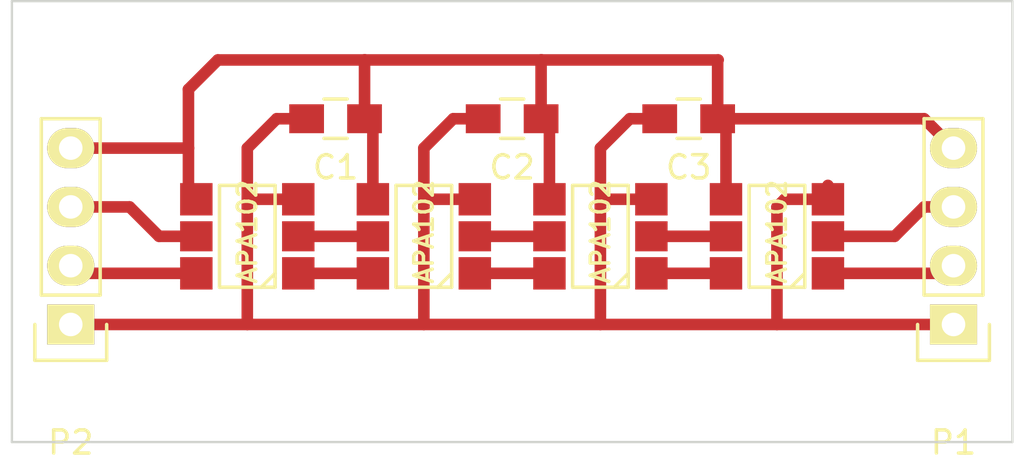
<source format=kicad_pcb>
(kicad_pcb (version 4) (host pcbnew 4.0.0-2.201511301920+6191~38~ubuntu14.04.1-stable)

  (general
    (links 26)
    (no_connects 4)
    (area 125.066429 97.739999 169.573572 117.835)
    (thickness 1.6)
    (drawings 4)
    (tracks 66)
    (zones 0)
    (modules 9)
    (nets 13)
  )

  (page A4)
  (layers
    (0 F.Cu signal)
    (31 B.Cu signal)
    (32 B.Adhes user)
    (33 F.Adhes user)
    (34 B.Paste user)
    (35 F.Paste user)
    (36 B.SilkS user)
    (37 F.SilkS user)
    (38 B.Mask user)
    (39 F.Mask user)
    (40 Dwgs.User user)
    (41 Cmts.User user)
    (42 Eco1.User user)
    (43 Eco2.User user)
    (44 Edge.Cuts user)
    (45 Margin user)
    (46 B.CrtYd user)
    (47 F.CrtYd user)
    (48 B.Fab user)
    (49 F.Fab user)
  )

  (setup
    (last_trace_width 0.5)
    (trace_clearance 0.2)
    (zone_clearance 0.508)
    (zone_45_only no)
    (trace_min 0.2)
    (segment_width 0.2)
    (edge_width 0.1)
    (via_size 0.6)
    (via_drill 0.4)
    (via_min_size 0.4)
    (via_min_drill 0.3)
    (uvia_size 0.3)
    (uvia_drill 0.1)
    (uvias_allowed no)
    (uvia_min_size 0.2)
    (uvia_min_drill 0.1)
    (pcb_text_width 0.3)
    (pcb_text_size 1.5 1.5)
    (mod_edge_width 0.15)
    (mod_text_size 1 1)
    (mod_text_width 0.15)
    (pad_size 1.5 1.5)
    (pad_drill 0.6)
    (pad_to_mask_clearance 0)
    (aux_axis_origin 0 0)
    (visible_elements 7FFFFFFF)
    (pcbplotparams
      (layerselection 0x00030_80000001)
      (usegerberextensions false)
      (excludeedgelayer true)
      (linewidth 0.100000)
      (plotframeref false)
      (viasonmask false)
      (mode 1)
      (useauxorigin false)
      (hpglpennumber 1)
      (hpglpenspeed 20)
      (hpglpendiameter 15)
      (hpglpenoverlay 2)
      (psnegative false)
      (psa4output false)
      (plotreference true)
      (plotvalue true)
      (plotinvisibletext false)
      (padsonsilk false)
      (subtractmaskfromsilk false)
      (outputformat 1)
      (mirror false)
      (drillshape 1)
      (scaleselection 1)
      (outputdirectory ""))
  )

  (net 0 "")
  (net 1 "Net-(P1-Pad2)")
  (net 2 "Net-(P1-Pad3)")
  (net 3 "Net-(P2-Pad2)")
  (net 4 "Net-(P2-Pad3)")
  (net 5 "Net-(U1-Pad5)")
  (net 6 "Net-(U1-Pad6)")
  (net 7 "Net-(U2-Pad5)")
  (net 8 "Net-(U2-Pad6)")
  (net 9 "Net-(U3-Pad5)")
  (net 10 "Net-(U3-Pad6)")
  (net 11 "Net-(C1-Pad1)")
  (net 12 "Net-(C1-Pad2)")

  (net_class Default "Ceci est la Netclass par défaut"
    (clearance 0.2)
    (trace_width 0.5)
    (via_dia 0.6)
    (via_drill 0.4)
    (uvia_dia 0.3)
    (uvia_drill 0.1)
    (add_net "Net-(C1-Pad1)")
    (add_net "Net-(C1-Pad2)")
    (add_net "Net-(P1-Pad2)")
    (add_net "Net-(P1-Pad3)")
    (add_net "Net-(P2-Pad2)")
    (add_net "Net-(P2-Pad3)")
    (add_net "Net-(U1-Pad5)")
    (add_net "Net-(U1-Pad6)")
    (add_net "Net-(U2-Pad5)")
    (add_net "Net-(U2-Pad6)")
    (add_net "Net-(U3-Pad5)")
    (add_net "Net-(U3-Pad6)")
  )

  (module APA102:APA102 (layer F.Cu) (tedit 54BDEC7B) (tstamp 563688C5)
    (at 158.75 107.95 90)
    (path /562FD39F)
    (fp_text reference U1 (at 0.2 -4 90) (layer F.SilkS) hide
      (effects (font (size 1.5 1.5) (thickness 0.15)))
    )
    (fp_text value APA102 (at 0.2 0 90) (layer F.SilkS)
      (effects (font (size 0.8 0.8) (thickness 0.15)))
    )
    (fp_line (start -2.2 0.6) (end -1.6 1.2) (layer F.SilkS) (width 0.15))
    (fp_line (start 2.2 1.2) (end -1.8 1.2) (layer F.SilkS) (width 0.15))
    (fp_line (start -2.2 -1.2) (end 2.2 -1.2) (layer F.SilkS) (width 0.15))
    (fp_line (start -1.8 1.2) (end -2.2 1.2) (layer F.SilkS) (width 0.15))
    (fp_line (start 2.2 -1.2) (end 2.2 1.2) (layer F.SilkS) (width 0.15))
    (fp_line (start -2.2 -1.2) (end -2.2 1.2) (layer F.SilkS) (width 0.15))
    (pad 3 smd rect (at 1.6 2.2 180) (size 1.4 1.4) (layers F.Cu F.Paste F.Mask)
      (net 12 "Net-(C1-Pad2)"))
    (pad 4 smd rect (at 1.6 -2.2 180) (size 1.4 1.4) (layers F.Cu F.Paste F.Mask)
      (net 11 "Net-(C1-Pad1)"))
    (pad 5 smd rect (at 0 -2.2 180) (size 1.4 1.3) (layers F.Cu F.Paste F.Mask)
      (net 5 "Net-(U1-Pad5)"))
    (pad 2 smd rect (at 0 2.2 180) (size 1.4 1.3) (layers F.Cu F.Paste F.Mask)
      (net 1 "Net-(P1-Pad2)"))
    (pad 1 smd rect (at -1.6 2.2 180) (size 1.4 1.4) (layers F.Cu F.Paste F.Mask)
      (net 2 "Net-(P1-Pad3)"))
    (pad 6 smd rect (at -1.6 -2.2 180) (size 1.4 1.4) (layers F.Cu F.Paste F.Mask)
      (net 6 "Net-(U1-Pad6)"))
  )

  (module APA102:APA102 (layer F.Cu) (tedit 54BDEC7B) (tstamp 563688CF)
    (at 151.13 107.95 90)
    (path /562FD3E5)
    (fp_text reference U2 (at 0.2 -4 90) (layer F.SilkS) hide
      (effects (font (size 1.5 1.5) (thickness 0.15)))
    )
    (fp_text value APA102 (at 0.2 0 90) (layer F.SilkS)
      (effects (font (size 0.8 0.8) (thickness 0.15)))
    )
    (fp_line (start -2.2 0.6) (end -1.6 1.2) (layer F.SilkS) (width 0.15))
    (fp_line (start 2.2 1.2) (end -1.8 1.2) (layer F.SilkS) (width 0.15))
    (fp_line (start -2.2 -1.2) (end 2.2 -1.2) (layer F.SilkS) (width 0.15))
    (fp_line (start -1.8 1.2) (end -2.2 1.2) (layer F.SilkS) (width 0.15))
    (fp_line (start 2.2 -1.2) (end 2.2 1.2) (layer F.SilkS) (width 0.15))
    (fp_line (start -2.2 -1.2) (end -2.2 1.2) (layer F.SilkS) (width 0.15))
    (pad 3 smd rect (at 1.6 2.2 180) (size 1.4 1.4) (layers F.Cu F.Paste F.Mask)
      (net 12 "Net-(C1-Pad2)"))
    (pad 4 smd rect (at 1.6 -2.2 180) (size 1.4 1.4) (layers F.Cu F.Paste F.Mask)
      (net 11 "Net-(C1-Pad1)"))
    (pad 5 smd rect (at 0 -2.2 180) (size 1.4 1.3) (layers F.Cu F.Paste F.Mask)
      (net 7 "Net-(U2-Pad5)"))
    (pad 2 smd rect (at 0 2.2 180) (size 1.4 1.3) (layers F.Cu F.Paste F.Mask)
      (net 5 "Net-(U1-Pad5)"))
    (pad 1 smd rect (at -1.6 2.2 180) (size 1.4 1.4) (layers F.Cu F.Paste F.Mask)
      (net 6 "Net-(U1-Pad6)"))
    (pad 6 smd rect (at -1.6 -2.2 180) (size 1.4 1.4) (layers F.Cu F.Paste F.Mask)
      (net 8 "Net-(U2-Pad6)"))
  )

  (module APA102:APA102 (layer F.Cu) (tedit 54BDEC7B) (tstamp 563688D9)
    (at 143.51 107.95 90)
    (path /562FD3F4)
    (fp_text reference U3 (at 0.2 -4 90) (layer F.SilkS) hide
      (effects (font (size 1.5 1.5) (thickness 0.15)))
    )
    (fp_text value APA102 (at 0.2 0 90) (layer F.SilkS)
      (effects (font (size 0.8 0.8) (thickness 0.15)))
    )
    (fp_line (start -2.2 0.6) (end -1.6 1.2) (layer F.SilkS) (width 0.15))
    (fp_line (start 2.2 1.2) (end -1.8 1.2) (layer F.SilkS) (width 0.15))
    (fp_line (start -2.2 -1.2) (end 2.2 -1.2) (layer F.SilkS) (width 0.15))
    (fp_line (start -1.8 1.2) (end -2.2 1.2) (layer F.SilkS) (width 0.15))
    (fp_line (start 2.2 -1.2) (end 2.2 1.2) (layer F.SilkS) (width 0.15))
    (fp_line (start -2.2 -1.2) (end -2.2 1.2) (layer F.SilkS) (width 0.15))
    (pad 3 smd rect (at 1.6 2.2 180) (size 1.4 1.4) (layers F.Cu F.Paste F.Mask)
      (net 12 "Net-(C1-Pad2)"))
    (pad 4 smd rect (at 1.6 -2.2 180) (size 1.4 1.4) (layers F.Cu F.Paste F.Mask)
      (net 11 "Net-(C1-Pad1)"))
    (pad 5 smd rect (at 0 -2.2 180) (size 1.4 1.3) (layers F.Cu F.Paste F.Mask)
      (net 9 "Net-(U3-Pad5)"))
    (pad 2 smd rect (at 0 2.2 180) (size 1.4 1.3) (layers F.Cu F.Paste F.Mask)
      (net 7 "Net-(U2-Pad5)"))
    (pad 1 smd rect (at -1.6 2.2 180) (size 1.4 1.4) (layers F.Cu F.Paste F.Mask)
      (net 8 "Net-(U2-Pad6)"))
    (pad 6 smd rect (at -1.6 -2.2 180) (size 1.4 1.4) (layers F.Cu F.Paste F.Mask)
      (net 10 "Net-(U3-Pad6)"))
  )

  (module APA102:APA102 (layer F.Cu) (tedit 54BDEC7B) (tstamp 563688E3)
    (at 135.89 107.95 90)
    (path /562FD403)
    (fp_text reference U4 (at 0.2 -4 90) (layer F.SilkS) hide
      (effects (font (size 1.5 1.5) (thickness 0.15)))
    )
    (fp_text value APA102 (at 0.2 0 90) (layer F.SilkS)
      (effects (font (size 0.8 0.8) (thickness 0.15)))
    )
    (fp_line (start -2.2 0.6) (end -1.6 1.2) (layer F.SilkS) (width 0.15))
    (fp_line (start 2.2 1.2) (end -1.8 1.2) (layer F.SilkS) (width 0.15))
    (fp_line (start -2.2 -1.2) (end 2.2 -1.2) (layer F.SilkS) (width 0.15))
    (fp_line (start -1.8 1.2) (end -2.2 1.2) (layer F.SilkS) (width 0.15))
    (fp_line (start 2.2 -1.2) (end 2.2 1.2) (layer F.SilkS) (width 0.15))
    (fp_line (start -2.2 -1.2) (end -2.2 1.2) (layer F.SilkS) (width 0.15))
    (pad 3 smd rect (at 1.6 2.2 180) (size 1.4 1.4) (layers F.Cu F.Paste F.Mask)
      (net 12 "Net-(C1-Pad2)"))
    (pad 4 smd rect (at 1.6 -2.2 180) (size 1.4 1.4) (layers F.Cu F.Paste F.Mask)
      (net 11 "Net-(C1-Pad1)"))
    (pad 5 smd rect (at 0 -2.2 180) (size 1.4 1.3) (layers F.Cu F.Paste F.Mask)
      (net 3 "Net-(P2-Pad2)"))
    (pad 2 smd rect (at 0 2.2 180) (size 1.4 1.3) (layers F.Cu F.Paste F.Mask)
      (net 9 "Net-(U3-Pad5)"))
    (pad 1 smd rect (at -1.6 2.2 180) (size 1.4 1.4) (layers F.Cu F.Paste F.Mask)
      (net 10 "Net-(U3-Pad6)"))
    (pad 6 smd rect (at -1.6 -2.2 180) (size 1.4 1.4) (layers F.Cu F.Paste F.Mask)
      (net 4 "Net-(P2-Pad3)"))
  )

  (module Capacitors_SMD:C_0805_HandSoldering (layer F.Cu) (tedit 541A9B8D) (tstamp 56425210)
    (at 139.7 102.87 180)
    (descr "Capacitor SMD 0805, hand soldering")
    (tags "capacitor 0805")
    (path /56423C76)
    (attr smd)
    (fp_text reference C1 (at 0 -2.1 180) (layer F.SilkS)
      (effects (font (size 1 1) (thickness 0.15)))
    )
    (fp_text value 100nF (at 0 2.1 180) (layer F.Fab)
      (effects (font (size 1 1) (thickness 0.15)))
    )
    (fp_line (start -2.3 -1) (end 2.3 -1) (layer F.CrtYd) (width 0.05))
    (fp_line (start -2.3 1) (end 2.3 1) (layer F.CrtYd) (width 0.05))
    (fp_line (start -2.3 -1) (end -2.3 1) (layer F.CrtYd) (width 0.05))
    (fp_line (start 2.3 -1) (end 2.3 1) (layer F.CrtYd) (width 0.05))
    (fp_line (start 0.5 -0.85) (end -0.5 -0.85) (layer F.SilkS) (width 0.15))
    (fp_line (start -0.5 0.85) (end 0.5 0.85) (layer F.SilkS) (width 0.15))
    (pad 1 smd rect (at -1.25 0 180) (size 1.5 1.25) (layers F.Cu F.Paste F.Mask)
      (net 11 "Net-(C1-Pad1)"))
    (pad 2 smd rect (at 1.25 0 180) (size 1.5 1.25) (layers F.Cu F.Paste F.Mask)
      (net 12 "Net-(C1-Pad2)"))
    (model Capacitors_SMD.3dshapes/C_0805_HandSoldering.wrl
      (at (xyz 0 0 0))
      (scale (xyz 1 1 1))
      (rotate (xyz 0 0 0))
    )
  )

  (module Capacitors_SMD:C_0805_HandSoldering (layer F.Cu) (tedit 541A9B8D) (tstamp 56425216)
    (at 147.32 102.87 180)
    (descr "Capacitor SMD 0805, hand soldering")
    (tags "capacitor 0805")
    (path /56423CE4)
    (attr smd)
    (fp_text reference C2 (at 0 -2.1 180) (layer F.SilkS)
      (effects (font (size 1 1) (thickness 0.15)))
    )
    (fp_text value 100nF (at 0 2.1 180) (layer F.Fab)
      (effects (font (size 1 1) (thickness 0.15)))
    )
    (fp_line (start -2.3 -1) (end 2.3 -1) (layer F.CrtYd) (width 0.05))
    (fp_line (start -2.3 1) (end 2.3 1) (layer F.CrtYd) (width 0.05))
    (fp_line (start -2.3 -1) (end -2.3 1) (layer F.CrtYd) (width 0.05))
    (fp_line (start 2.3 -1) (end 2.3 1) (layer F.CrtYd) (width 0.05))
    (fp_line (start 0.5 -0.85) (end -0.5 -0.85) (layer F.SilkS) (width 0.15))
    (fp_line (start -0.5 0.85) (end 0.5 0.85) (layer F.SilkS) (width 0.15))
    (pad 1 smd rect (at -1.25 0 180) (size 1.5 1.25) (layers F.Cu F.Paste F.Mask)
      (net 11 "Net-(C1-Pad1)"))
    (pad 2 smd rect (at 1.25 0 180) (size 1.5 1.25) (layers F.Cu F.Paste F.Mask)
      (net 12 "Net-(C1-Pad2)"))
    (model Capacitors_SMD.3dshapes/C_0805_HandSoldering.wrl
      (at (xyz 0 0 0))
      (scale (xyz 1 1 1))
      (rotate (xyz 0 0 0))
    )
  )

  (module Capacitors_SMD:C_0805_HandSoldering (layer F.Cu) (tedit 541A9B8D) (tstamp 5642521C)
    (at 154.94 102.87 180)
    (descr "Capacitor SMD 0805, hand soldering")
    (tags "capacitor 0805")
    (path /56423D44)
    (attr smd)
    (fp_text reference C3 (at 0 -2.1 180) (layer F.SilkS)
      (effects (font (size 1 1) (thickness 0.15)))
    )
    (fp_text value 100nF (at 0 2.1 180) (layer F.Fab)
      (effects (font (size 1 1) (thickness 0.15)))
    )
    (fp_line (start -2.3 -1) (end 2.3 -1) (layer F.CrtYd) (width 0.05))
    (fp_line (start -2.3 1) (end 2.3 1) (layer F.CrtYd) (width 0.05))
    (fp_line (start -2.3 -1) (end -2.3 1) (layer F.CrtYd) (width 0.05))
    (fp_line (start 2.3 -1) (end 2.3 1) (layer F.CrtYd) (width 0.05))
    (fp_line (start 0.5 -0.85) (end -0.5 -0.85) (layer F.SilkS) (width 0.15))
    (fp_line (start -0.5 0.85) (end 0.5 0.85) (layer F.SilkS) (width 0.15))
    (pad 1 smd rect (at -1.25 0 180) (size 1.5 1.25) (layers F.Cu F.Paste F.Mask)
      (net 11 "Net-(C1-Pad1)"))
    (pad 2 smd rect (at 1.25 0 180) (size 1.5 1.25) (layers F.Cu F.Paste F.Mask)
      (net 12 "Net-(C1-Pad2)"))
    (model Capacitors_SMD.3dshapes/C_0805_HandSoldering.wrl
      (at (xyz 0 0 0))
      (scale (xyz 1 1 1))
      (rotate (xyz 0 0 0))
    )
  )

  (module Pin_Headers:Pin_Header_Straight_1x04 (layer F.Cu) (tedit 0) (tstamp 5642526E)
    (at 166.37 111.76 180)
    (descr "Through hole pin header")
    (tags "pin header")
    (path /562FD50F)
    (fp_text reference P1 (at 0 -5.1 180) (layer F.SilkS)
      (effects (font (size 1 1) (thickness 0.15)))
    )
    (fp_text value CONN_4 (at 0 -3.1 180) (layer F.Fab)
      (effects (font (size 1 1) (thickness 0.15)))
    )
    (fp_line (start -1.75 -1.75) (end -1.75 9.4) (layer F.CrtYd) (width 0.05))
    (fp_line (start 1.75 -1.75) (end 1.75 9.4) (layer F.CrtYd) (width 0.05))
    (fp_line (start -1.75 -1.75) (end 1.75 -1.75) (layer F.CrtYd) (width 0.05))
    (fp_line (start -1.75 9.4) (end 1.75 9.4) (layer F.CrtYd) (width 0.05))
    (fp_line (start -1.27 1.27) (end -1.27 8.89) (layer F.SilkS) (width 0.15))
    (fp_line (start 1.27 1.27) (end 1.27 8.89) (layer F.SilkS) (width 0.15))
    (fp_line (start 1.55 -1.55) (end 1.55 0) (layer F.SilkS) (width 0.15))
    (fp_line (start -1.27 8.89) (end 1.27 8.89) (layer F.SilkS) (width 0.15))
    (fp_line (start 1.27 1.27) (end -1.27 1.27) (layer F.SilkS) (width 0.15))
    (fp_line (start -1.55 0) (end -1.55 -1.55) (layer F.SilkS) (width 0.15))
    (fp_line (start -1.55 -1.55) (end 1.55 -1.55) (layer F.SilkS) (width 0.15))
    (pad 1 thru_hole rect (at 0 0 180) (size 2.032 1.7272) (drill 1.016) (layers *.Cu *.Mask F.SilkS)
      (net 12 "Net-(C1-Pad2)"))
    (pad 2 thru_hole oval (at 0 2.54 180) (size 2.032 1.7272) (drill 1.016) (layers *.Cu *.Mask F.SilkS)
      (net 1 "Net-(P1-Pad2)"))
    (pad 3 thru_hole oval (at 0 5.08 180) (size 2.032 1.7272) (drill 1.016) (layers *.Cu *.Mask F.SilkS)
      (net 2 "Net-(P1-Pad3)"))
    (pad 4 thru_hole oval (at 0 7.62 180) (size 2.032 1.7272) (drill 1.016) (layers *.Cu *.Mask F.SilkS)
      (net 11 "Net-(C1-Pad1)"))
    (model Pin_Headers.3dshapes/Pin_Header_Straight_1x04.wrl
      (at (xyz 0 -0.15 0))
      (scale (xyz 1 1 1))
      (rotate (xyz 0 0 90))
    )
  )

  (module Pin_Headers:Pin_Header_Straight_1x04 (layer F.Cu) (tedit 0) (tstamp 56425276)
    (at 128.27 111.76 180)
    (descr "Through hole pin header")
    (tags "pin header")
    (path /562FD531)
    (fp_text reference P2 (at 0 -5.1 180) (layer F.SilkS)
      (effects (font (size 1 1) (thickness 0.15)))
    )
    (fp_text value CONN_4 (at 0 -3.1 180) (layer F.Fab)
      (effects (font (size 1 1) (thickness 0.15)))
    )
    (fp_line (start -1.75 -1.75) (end -1.75 9.4) (layer F.CrtYd) (width 0.05))
    (fp_line (start 1.75 -1.75) (end 1.75 9.4) (layer F.CrtYd) (width 0.05))
    (fp_line (start -1.75 -1.75) (end 1.75 -1.75) (layer F.CrtYd) (width 0.05))
    (fp_line (start -1.75 9.4) (end 1.75 9.4) (layer F.CrtYd) (width 0.05))
    (fp_line (start -1.27 1.27) (end -1.27 8.89) (layer F.SilkS) (width 0.15))
    (fp_line (start 1.27 1.27) (end 1.27 8.89) (layer F.SilkS) (width 0.15))
    (fp_line (start 1.55 -1.55) (end 1.55 0) (layer F.SilkS) (width 0.15))
    (fp_line (start -1.27 8.89) (end 1.27 8.89) (layer F.SilkS) (width 0.15))
    (fp_line (start 1.27 1.27) (end -1.27 1.27) (layer F.SilkS) (width 0.15))
    (fp_line (start -1.55 0) (end -1.55 -1.55) (layer F.SilkS) (width 0.15))
    (fp_line (start -1.55 -1.55) (end 1.55 -1.55) (layer F.SilkS) (width 0.15))
    (pad 1 thru_hole rect (at 0 0 180) (size 2.032 1.7272) (drill 1.016) (layers *.Cu *.Mask F.SilkS)
      (net 12 "Net-(C1-Pad2)"))
    (pad 2 thru_hole oval (at 0 2.54 180) (size 2.032 1.7272) (drill 1.016) (layers *.Cu *.Mask F.SilkS)
      (net 3 "Net-(P2-Pad2)"))
    (pad 3 thru_hole oval (at 0 5.08 180) (size 2.032 1.7272) (drill 1.016) (layers *.Cu *.Mask F.SilkS)
      (net 4 "Net-(P2-Pad3)"))
    (pad 4 thru_hole oval (at 0 7.62 180) (size 2.032 1.7272) (drill 1.016) (layers *.Cu *.Mask F.SilkS)
      (net 11 "Net-(C1-Pad1)"))
    (model Pin_Headers.3dshapes/Pin_Header_Straight_1x04.wrl
      (at (xyz 0 -0.15 0))
      (scale (xyz 1 1 1))
      (rotate (xyz 0 0 90))
    )
  )

  (gr_line (start 125.73 116.84) (end 125.73 97.79) (angle 90) (layer Edge.Cuts) (width 0.1))
  (gr_line (start 168.91 116.84) (end 125.73 116.84) (angle 90) (layer Edge.Cuts) (width 0.1))
  (gr_line (start 168.91 97.79) (end 168.91 116.84) (angle 90) (layer Edge.Cuts) (width 0.1))
  (gr_line (start 125.73 97.79) (end 168.91 97.79) (angle 90) (layer Edge.Cuts) (width 0.1))

  (segment (start 160.95 107.95) (end 163.83 107.95) (width 0.5) (layer F.Cu) (net 1))
  (segment (start 166.04 109.55) (end 166.37 109.22) (width 0.5) (layer F.Cu) (net 1) (tstamp 5642566A))
  (segment (start 163.83 107.95) (end 165.1 106.68) (width 0.5) (layer F.Cu) (net 1) (tstamp 5642566D))
  (segment (start 165.1 106.68) (end 166.37 106.68) (width 0.5) (layer F.Cu) (net 2) (tstamp 5642566E))
  (segment (start 160.95 109.55) (end 166.04 109.55) (width 0.5) (layer F.Cu) (net 2))
  (segment (start 133.69 107.95) (end 132.08 107.95) (width 0.5) (layer F.Cu) (net 3))
  (segment (start 132.08 107.95) (end 130.81 106.68) (width 0.5) (layer F.Cu) (net 3) (tstamp 564257BD))
  (segment (start 133.69 109.55) (end 128.6 109.55) (width 0.5) (layer F.Cu) (net 3))
  (segment (start 128.6 109.55) (end 128.27 109.22) (width 0.5) (layer F.Cu) (net 3) (tstamp 564257BA))
  (segment (start 130.81 106.68) (end 128.27 106.68) (width 0.5) (layer F.Cu) (net 4) (tstamp 564257BF))
  (segment (start 153.33 107.95) (end 156.55 107.95) (width 0.5) (layer F.Cu) (net 5))
  (segment (start 156.55 109.55) (end 154 109.55) (width 0.5) (layer F.Cu) (net 6))
  (segment (start 154 109.55) (end 153.33 109.55) (width 0.5) (layer F.Cu) (net 6) (tstamp 56425657))
  (segment (start 148.93 107.95) (end 145.71 107.95) (width 0.5) (layer F.Cu) (net 7))
  (segment (start 145.71 109.55) (end 148.93 109.55) (width 0.5) (layer F.Cu) (net 8))
  (segment (start 138.09 107.95) (end 141.31 107.95) (width 0.5) (layer F.Cu) (net 9))
  (segment (start 138.09 109.55) (end 141.31 109.55) (width 0.5) (layer F.Cu) (net 10))
  (segment (start 133.35 104.14) (end 133.35 106.01) (width 0.5) (layer F.Cu) (net 11))
  (segment (start 133.35 106.01) (end 133.69 106.35) (width 0.5) (layer F.Cu) (net 11) (tstamp 564259F5))
  (segment (start 140.95 100.33) (end 134.62 100.33) (width 0.5) (layer F.Cu) (net 11))
  (segment (start 133.35 104.14) (end 128.27 104.14) (width 0.5) (layer F.Cu) (net 11) (tstamp 564259F1))
  (segment (start 133.35 101.6) (end 133.35 104.14) (width 0.5) (layer F.Cu) (net 11) (tstamp 564259EF))
  (segment (start 134.62 100.33) (end 133.35 101.6) (width 0.5) (layer F.Cu) (net 11) (tstamp 564259EA))
  (segment (start 156.19 102.87) (end 165.1 102.87) (width 0.5) (layer F.Cu) (net 11))
  (segment (start 165.1 102.87) (end 166.37 104.14) (width 0.5) (layer F.Cu) (net 11) (tstamp 564259B0))
  (segment (start 141.31 106.35) (end 141.31 103.23) (width 0.5) (layer F.Cu) (net 11))
  (segment (start 141.31 103.23) (end 140.95 102.87) (width 0.5) (layer F.Cu) (net 11) (tstamp 564255ED))
  (segment (start 148.93 106.35) (end 148.93 103.23) (width 0.5) (layer F.Cu) (net 11))
  (segment (start 148.93 103.23) (end 148.57 102.87) (width 0.5) (layer F.Cu) (net 11) (tstamp 564255E9))
  (segment (start 156.55 106.35) (end 156.55 103.23) (width 0.5) (layer F.Cu) (net 11))
  (segment (start 156.55 103.23) (end 156.19 102.87) (width 0.5) (layer F.Cu) (net 11) (tstamp 564255E5))
  (segment (start 140.95 102.87) (end 140.95 100.33) (width 0.5) (layer F.Cu) (net 11))
  (segment (start 140.95 100.33) (end 140.97 100.33) (width 0.5) (layer F.Cu) (net 11) (tstamp 564255D7))
  (segment (start 148.57 102.87) (end 148.57 100.33) (width 0.5) (layer F.Cu) (net 11))
  (segment (start 148.57 100.33) (end 148.59 100.33) (width 0.5) (layer F.Cu) (net 11) (tstamp 564255D1))
  (segment (start 156.19 100.35) (end 156.19 102.87) (width 0.5) (layer F.Cu) (net 11) (tstamp 564255CA))
  (segment (start 156.21 100.33) (end 156.19 100.35) (width 0.5) (layer F.Cu) (net 11) (tstamp 564255C5))
  (segment (start 140.97 100.33) (end 148.59 100.33) (width 0.5) (layer F.Cu) (net 11) (tstamp 564255DB))
  (segment (start 148.59 100.33) (end 156.21 100.33) (width 0.5) (layer F.Cu) (net 11) (tstamp 564255D5))
  (segment (start 158.75 111.76) (end 166.37 111.76) (width 0.5) (layer F.Cu) (net 12))
  (segment (start 128.27 111.76) (end 135.89 111.76) (width 0.5) (layer F.Cu) (net 12))
  (segment (start 135.89 111.76) (end 143.51 111.76) (width 0.5) (layer F.Cu) (net 12))
  (segment (start 135.89 111.76) (end 135.89 106.68) (width 0.5) (layer F.Cu) (net 12) (tstamp 56425616))
  (segment (start 135.89 106.35) (end 135.89 106.68) (width 0.5) (layer F.Cu) (net 12) (tstamp 56425620))
  (segment (start 135.89 104.14) (end 137.16 102.87) (width 0.5) (layer F.Cu) (net 12) (tstamp 5642561A))
  (segment (start 135.89 106.68) (end 135.89 104.14) (width 0.5) (layer F.Cu) (net 12) (tstamp 56425623))
  (segment (start 143.51 111.76) (end 151.13 111.76) (width 0.5) (layer F.Cu) (net 12))
  (segment (start 143.51 111.76) (end 143.51 106.68) (width 0.5) (layer F.Cu) (net 12) (tstamp 56425625))
  (segment (start 160.95 106.35) (end 160.95 105.75) (width 0.5) (layer F.Cu) (net 12))
  (segment (start 151.13 111.76) (end 158.75 111.76) (width 0.5) (layer F.Cu) (net 12))
  (segment (start 159.08 106.35) (end 160.95 106.35) (width 0.5) (layer F.Cu) (net 12) (tstamp 56425643))
  (segment (start 158.75 106.68) (end 159.08 106.35) (width 0.5) (layer F.Cu) (net 12) (tstamp 56425642))
  (segment (start 158.75 111.76) (end 158.75 106.68) (width 0.5) (layer F.Cu) (net 12) (tstamp 56425641))
  (segment (start 153.33 106.35) (end 151.13 106.35) (width 0.5) (layer F.Cu) (net 12))
  (segment (start 151.13 106.35) (end 151.13 106.68) (width 0.5) (layer F.Cu) (net 12) (tstamp 5642563C))
  (segment (start 152.4 102.87) (end 153.69 102.87) (width 0.5) (layer F.Cu) (net 12) (tstamp 56425638))
  (segment (start 151.13 104.14) (end 152.4 102.87) (width 0.5) (layer F.Cu) (net 12) (tstamp 56425636))
  (segment (start 151.13 111.76) (end 151.13 106.68) (width 0.5) (layer F.Cu) (net 12) (tstamp 56425635))
  (segment (start 151.13 106.68) (end 151.13 104.14) (width 0.5) (layer F.Cu) (net 12) (tstamp 5642563F))
  (segment (start 145.71 106.35) (end 143.51 106.35) (width 0.5) (layer F.Cu) (net 12))
  (segment (start 143.51 106.35) (end 143.51 106.68) (width 0.5) (layer F.Cu) (net 12) (tstamp 5642562E))
  (segment (start 143.51 104.14) (end 144.78 102.87) (width 0.5) (layer F.Cu) (net 12))
  (segment (start 143.51 106.68) (end 143.51 104.14) (width 0.5) (layer F.Cu) (net 12) (tstamp 56425632))
  (segment (start 144.78 102.87) (end 146.07 102.87) (width 0.5) (layer F.Cu) (net 12) (tstamp 56425629))
  (segment (start 138.09 106.35) (end 135.89 106.35) (width 0.5) (layer F.Cu) (net 12))
  (segment (start 137.16 102.87) (end 138.45 102.87) (width 0.5) (layer F.Cu) (net 12) (tstamp 5642561D))

)

</source>
